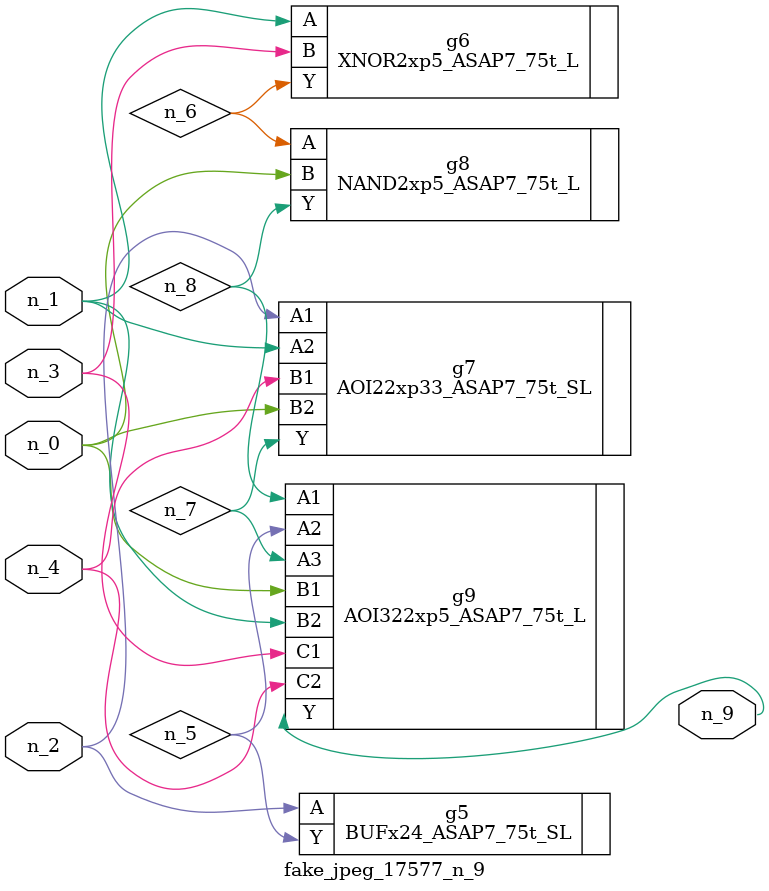
<source format=v>
module fake_jpeg_17577_n_9 (n_3, n_2, n_1, n_0, n_4, n_9);

input n_3;
input n_2;
input n_1;
input n_0;
input n_4;

output n_9;

wire n_8;
wire n_6;
wire n_5;
wire n_7;

BUFx24_ASAP7_75t_SL g5 ( 
.A(n_2),
.Y(n_5)
);

XNOR2xp5_ASAP7_75t_L g6 ( 
.A(n_1),
.B(n_3),
.Y(n_6)
);

AOI22xp33_ASAP7_75t_SL g7 ( 
.A1(n_2),
.A2(n_1),
.B1(n_4),
.B2(n_0),
.Y(n_7)
);

NAND2xp5_ASAP7_75t_L g8 ( 
.A(n_6),
.B(n_0),
.Y(n_8)
);

AOI322xp5_ASAP7_75t_L g9 ( 
.A1(n_8),
.A2(n_5),
.A3(n_7),
.B1(n_0),
.B2(n_1),
.C1(n_3),
.C2(n_4),
.Y(n_9)
);


endmodule
</source>
